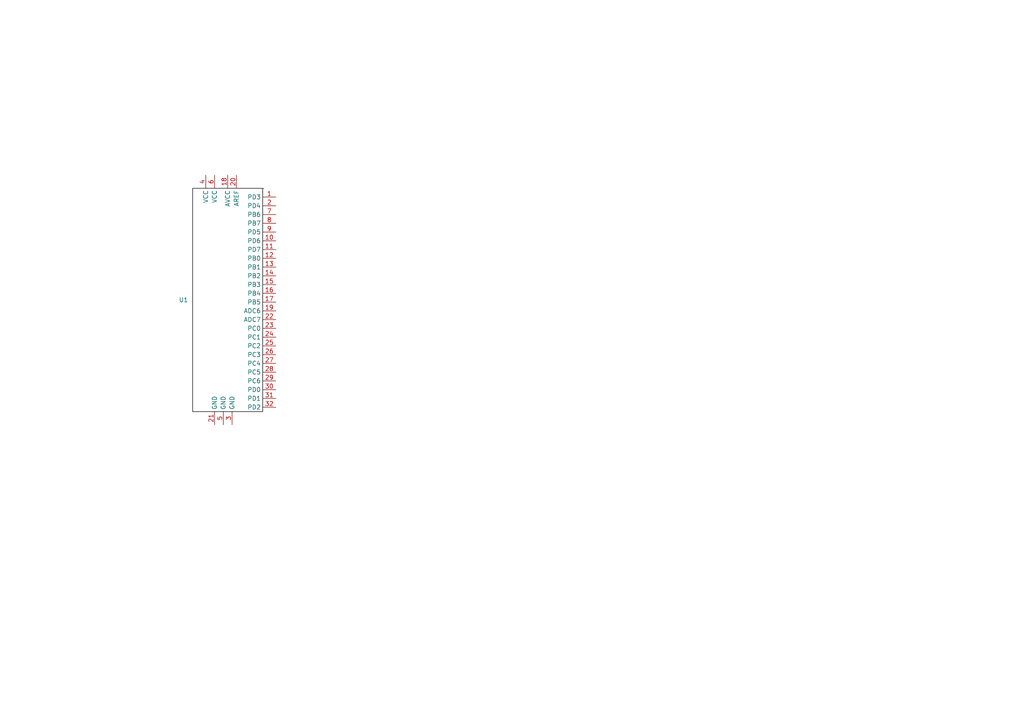
<source format=kicad_sch>
(kicad_sch (version 20230121) (generator eeschema)

  (uuid e454722f-111a-4102-85e8-5a454368bcf1)

  (paper "A4")

  (lib_symbols
    (symbol "omat:AtmegaAdapter" (in_bom yes) (on_board yes)
      (property "Reference" "U1" (at -21.59 -32.385 0)
        (effects (font (size 1.27 1.27)) (justify right))
      )
      (property "Value" "~" (at 0 0 0)
        (effects (font (size 1.27 1.27)))
      )
      (property "Footprint" "omat:AtmegaAdapter" (at 0 0 0)
        (effects (font (size 1.27 1.27)) hide)
      )
      (property "Datasheet" "" (at 0 0 0)
        (effects (font (size 1.27 1.27)) hide)
      )
      (symbol "AtmegaAdapter_1_1"
        (rectangle (start -20.32 0) (end 0 -64.77)
          (stroke (width 0) (type default) (color 0 0 0 1))
          (fill (type none))
        )
        (pin passive line (at 3.81 -2.54 180) (length 3.81)
          (name "PD3" (effects (font (size 1.27 1.27))))
          (number "1" (effects (font (size 1.27 1.27))))
        )
        (pin passive line (at 3.81 -15.24 180) (length 3.81)
          (name "PD6" (effects (font (size 1.27 1.27))))
          (number "10" (effects (font (size 1.27 1.27))))
        )
        (pin passive line (at 3.81 -17.78 180) (length 3.81)
          (name "PD7" (effects (font (size 1.27 1.27))))
          (number "11" (effects (font (size 1.27 1.27))))
        )
        (pin passive line (at 3.81 -20.32 180) (length 3.81)
          (name "PB0" (effects (font (size 1.27 1.27))))
          (number "12" (effects (font (size 1.27 1.27))))
        )
        (pin passive line (at 3.81 -22.86 180) (length 3.81)
          (name "PB1" (effects (font (size 1.27 1.27))))
          (number "13" (effects (font (size 1.27 1.27))))
        )
        (pin passive line (at 3.81 -25.4 180) (length 3.81)
          (name "PB2" (effects (font (size 1.27 1.27))))
          (number "14" (effects (font (size 1.27 1.27))))
        )
        (pin passive line (at 3.81 -27.94 180) (length 3.81)
          (name "PB3" (effects (font (size 1.27 1.27))))
          (number "15" (effects (font (size 1.27 1.27))))
        )
        (pin passive line (at 3.81 -30.48 180) (length 3.81)
          (name "PB4" (effects (font (size 1.27 1.27))))
          (number "16" (effects (font (size 1.27 1.27))))
        )
        (pin passive line (at 3.81 -33.02 180) (length 3.81)
          (name "PB5" (effects (font (size 1.27 1.27))))
          (number "17" (effects (font (size 1.27 1.27))))
        )
        (pin passive line (at -10.16 3.81 270) (length 3.81)
          (name "AVCC" (effects (font (size 1.27 1.27))))
          (number "18" (effects (font (size 1.27 1.27))))
        )
        (pin passive line (at 3.81 -35.56 180) (length 3.81)
          (name "ADC6" (effects (font (size 1.27 1.27))))
          (number "19" (effects (font (size 1.27 1.27))))
        )
        (pin passive line (at 3.81 -5.08 180) (length 3.81)
          (name "PD4" (effects (font (size 1.27 1.27))))
          (number "2" (effects (font (size 1.27 1.27))))
        )
        (pin passive line (at -7.62 3.81 270) (length 3.81)
          (name "AREF" (effects (font (size 1.27 1.27))))
          (number "20" (effects (font (size 1.27 1.27))))
        )
        (pin passive line (at -13.97 -68.58 90) (length 3.81)
          (name "GND" (effects (font (size 1.27 1.27))))
          (number "21" (effects (font (size 1.27 1.27))))
        )
        (pin passive line (at 3.81 -38.1 180) (length 3.81)
          (name "ADC7" (effects (font (size 1.27 1.27))))
          (number "22" (effects (font (size 1.27 1.27))))
        )
        (pin passive line (at 3.81 -40.64 180) (length 3.81)
          (name "PC0" (effects (font (size 1.27 1.27))))
          (number "23" (effects (font (size 1.27 1.27))))
        )
        (pin passive line (at 3.81 -43.18 180) (length 3.81)
          (name "PC1" (effects (font (size 1.27 1.27))))
          (number "24" (effects (font (size 1.27 1.27))))
        )
        (pin passive line (at 3.81 -45.72 180) (length 3.81)
          (name "PC2" (effects (font (size 1.27 1.27))))
          (number "25" (effects (font (size 1.27 1.27))))
        )
        (pin passive line (at 3.81 -48.26 180) (length 3.81)
          (name "PC3" (effects (font (size 1.27 1.27))))
          (number "26" (effects (font (size 1.27 1.27))))
        )
        (pin passive line (at 3.81 -50.8 180) (length 3.81)
          (name "PC4" (effects (font (size 1.27 1.27))))
          (number "27" (effects (font (size 1.27 1.27))))
        )
        (pin passive line (at 3.81 -53.34 180) (length 3.81)
          (name "PC5" (effects (font (size 1.27 1.27))))
          (number "28" (effects (font (size 1.27 1.27))))
        )
        (pin passive line (at 3.81 -55.88 180) (length 3.81)
          (name "PC6" (effects (font (size 1.27 1.27))))
          (number "29" (effects (font (size 1.27 1.27))))
        )
        (pin passive line (at -8.89 -68.58 90) (length 3.81)
          (name "GND" (effects (font (size 1.27 1.27))))
          (number "3" (effects (font (size 1.27 1.27))))
        )
        (pin passive line (at 3.81 -58.42 180) (length 3.81)
          (name "PD0" (effects (font (size 1.27 1.27))))
          (number "30" (effects (font (size 1.27 1.27))))
        )
        (pin passive line (at 3.81 -60.96 180) (length 3.81)
          (name "PD1" (effects (font (size 1.27 1.27))))
          (number "31" (effects (font (size 1.27 1.27))))
        )
        (pin passive line (at 3.81 -63.5 180) (length 3.81)
          (name "PD2" (effects (font (size 1.27 1.27))))
          (number "32" (effects (font (size 1.27 1.27))))
        )
        (pin no_connect line (at -17.78 -15.24 180) (length 3.81) hide
          (name "" (effects (font (size 1.27 1.27))))
          (number "33" (effects (font (size 1.27 1.27))))
        )
        (pin no_connect line (at -17.78 -17.78 180) (length 3.81) hide
          (name "" (effects (font (size 1.27 1.27))))
          (number "34" (effects (font (size 1.27 1.27))))
        )
        (pin no_connect line (at -17.78 -20.32 180) (length 3.81) hide
          (name "" (effects (font (size 1.27 1.27))))
          (number "35" (effects (font (size 1.27 1.27))))
        )
        (pin no_connect line (at -17.78 -22.86 180) (length 3.81) hide
          (name "" (effects (font (size 1.27 1.27))))
          (number "36" (effects (font (size 1.27 1.27))))
        )
        (pin no_connect line (at -17.78 -25.4 180) (length 3.81) hide
          (name "" (effects (font (size 1.27 1.27))))
          (number "37" (effects (font (size 1.27 1.27))))
        )
        (pin no_connect line (at -17.78 -27.94 180) (length 3.81) hide
          (name "" (effects (font (size 1.27 1.27))))
          (number "38" (effects (font (size 1.27 1.27))))
        )
        (pin no_connect line (at -17.78 -30.48 180) (length 3.81) hide
          (name "" (effects (font (size 1.27 1.27))))
          (number "39" (effects (font (size 1.27 1.27))))
        )
        (pin passive line (at -16.51 3.81 270) (length 3.81)
          (name "VCC" (effects (font (size 1.27 1.27))))
          (number "4" (effects (font (size 1.27 1.27))))
        )
        (pin no_connect line (at -17.78 -33.02 180) (length 3.81) hide
          (name "" (effects (font (size 1.27 1.27))))
          (number "40" (effects (font (size 1.27 1.27))))
        )
        (pin passive line (at -11.43 -68.58 90) (length 3.81)
          (name "GND" (effects (font (size 1.27 1.27))))
          (number "5" (effects (font (size 1.27 1.27))))
        )
        (pin passive line (at -13.97 3.81 270) (length 3.81)
          (name "VCC" (effects (font (size 1.27 1.27))))
          (number "6" (effects (font (size 1.27 1.27))))
        )
        (pin passive line (at 3.81 -7.62 180) (length 3.81)
          (name "PB6" (effects (font (size 1.27 1.27))))
          (number "7" (effects (font (size 1.27 1.27))))
        )
        (pin passive line (at 3.81 -10.16 180) (length 3.81)
          (name "PB7" (effects (font (size 1.27 1.27))))
          (number "8" (effects (font (size 1.27 1.27))))
        )
        (pin passive line (at 3.81 -12.7 180) (length 3.81)
          (name "PD5" (effects (font (size 1.27 1.27))))
          (number "9" (effects (font (size 1.27 1.27))))
        )
      )
    )
  )


  (symbol (lib_id "omat:AtmegaAdapter") (at 76.2 54.61 0) (unit 1)
    (in_bom yes) (on_board yes) (dnp no) (fields_autoplaced)
    (uuid bcf42bba-4569-428d-8911-157290a36807)
    (property "Reference" "U1" (at 54.61 86.995 0)
      (effects (font (size 1.27 1.27)) (justify right))
    )
    (property "Value" "~" (at 76.2 54.61 0)
      (effects (font (size 1.27 1.27)))
    )
    (property "Footprint" "omat:AtmegaAdapter" (at 76.2 54.61 0)
      (effects (font (size 1.27 1.27)) hide)
    )
    (property "Datasheet" "" (at 76.2 54.61 0)
      (effects (font (size 1.27 1.27)) hide)
    )
    (pin "19" (uuid 2d830e25-dfc3-4e4e-ac76-e714b820d59b))
    (pin "12" (uuid de8bcdb8-8515-4523-a34a-019f70590a9d))
    (pin "26" (uuid b93a34cd-648b-430c-87c6-f0d7e35e117f))
    (pin "14" (uuid f2e882f5-f399-4486-843b-27f6c941e613))
    (pin "13" (uuid 654ba551-836e-4e01-b85d-c3073e05fbcc))
    (pin "31" (uuid 1025cdca-ba11-408c-9dd1-7e1a1c2a67c2))
    (pin "29" (uuid e99bff7a-5db6-488a-9031-9aa3280dc3f5))
    (pin "2" (uuid c738247a-1c63-40f8-8075-8a7699cb165a))
    (pin "23" (uuid e0938107-4819-41f8-9e3a-7ab3abff6fa2))
    (pin "18" (uuid 97e75c8b-7621-45bf-8e3e-fe793d602260))
    (pin "27" (uuid 867e1f3e-1c0d-47b9-b099-50a11c0456c1))
    (pin "32" (uuid 61462957-04c7-485a-9d2e-4680cc851d62))
    (pin "3" (uuid 7bba4e70-f6e0-4089-977e-c5e4fe6efada))
    (pin "22" (uuid dd97ab3a-1e1c-45bd-a324-774e71feeb68))
    (pin "28" (uuid 6b97e1e6-18bd-4c40-a5d1-421855425346))
    (pin "21" (uuid 95ad1693-6d3e-494f-9367-21a3db4d14aa))
    (pin "30" (uuid 18c819b6-8dc2-4c05-a2e6-62e43a21f079))
    (pin "24" (uuid 54292983-b7c0-44ae-b5bf-e2624f14686b))
    (pin "17" (uuid 61eb83f1-fe2c-4526-ad1c-37818e59ab08))
    (pin "5" (uuid 1c921263-e07a-4838-9140-afefd49c9aeb))
    (pin "1" (uuid c815dac1-9844-4f42-9b91-62ca9f32d82c))
    (pin "4" (uuid 442ec1e1-0507-4c03-9679-bd3438cbeac8))
    (pin "8" (uuid 91cce10d-be51-4fc1-8f4c-245a6ebef239))
    (pin "15" (uuid b448ad32-c3e8-4135-934e-3cc1efef0b54))
    (pin "7" (uuid 97d01020-465f-49e3-be20-07a4385a0cd6))
    (pin "11" (uuid e5a5817f-7ab5-4ccb-832a-d2d3dd4aedea))
    (pin "6" (uuid b7b4a6fe-888f-4118-843a-8c3fd6ab8e6d))
    (pin "9" (uuid ff5a7e50-b222-48f5-a9d2-8beb09e6d02b))
    (pin "25" (uuid bbffb575-0429-44e1-bfbe-df3f6ff437f7))
    (pin "10" (uuid d4645369-2672-48e4-920a-8c5329413547))
    (pin "16" (uuid 9d411b47-28f1-44ab-bc22-49c2df5c276b))
    (pin "20" (uuid 97022b42-6b6d-43b8-b05d-b403883783f4))
    (pin "34" (uuid 07a74a14-2d30-426e-875f-516ab1c59a57))
    (pin "37" (uuid 3c957830-89aa-4684-9301-b40351007a13))
    (pin "36" (uuid 7afeff8f-723c-4347-a732-69d104cfc46f))
    (pin "33" (uuid dc074817-3913-4464-a391-8d93f0923fc6))
    (pin "39" (uuid 939b04a7-f487-46da-a965-df350d50d270))
    (pin "40" (uuid 4a65ae44-5130-4e75-a8a8-48e775274d95))
    (pin "38" (uuid 1ccdc8cd-1561-4d80-9b7f-340ae4cd4a02))
    (pin "35" (uuid 81d56d4e-2d8c-4f86-8a51-3434e0eeaf1b))
    (instances
      (project "multifuncboard"
        (path "/e454722f-111a-4102-85e8-5a454368bcf1"
          (reference "U1") (unit 1)
        )
      )
    )
  )

  (sheet_instances
    (path "/" (page "1"))
  )
)

</source>
